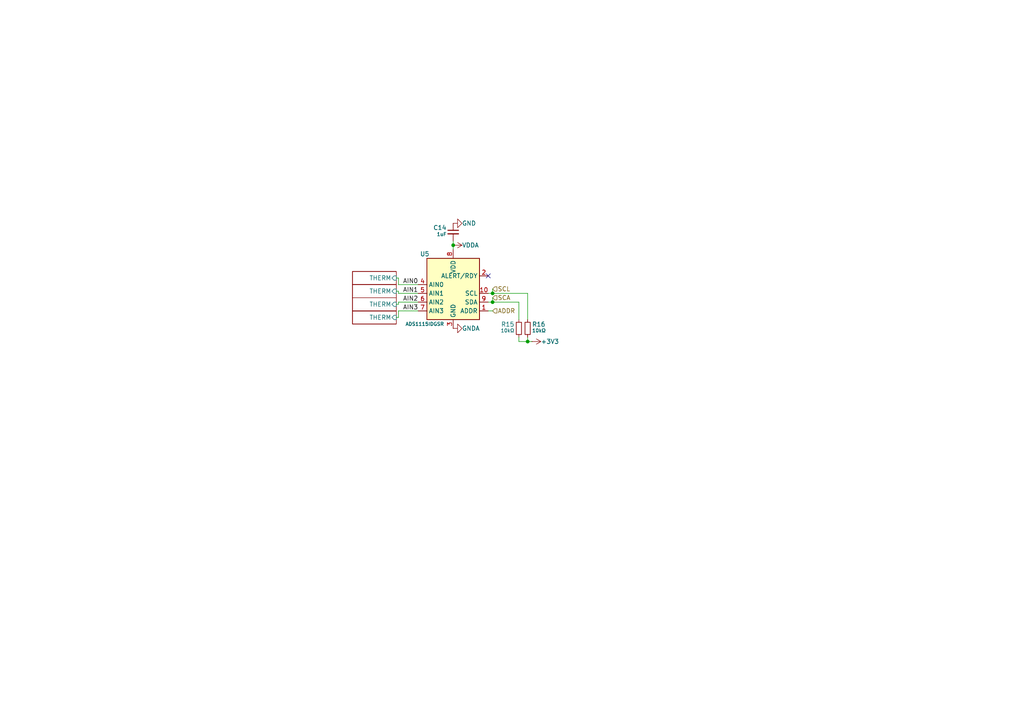
<source format=kicad_sch>
(kicad_sch (version 20231120) (generator "eeschema") (generator_version "8.0")
  (paper "A4")
  (lib_symbols
    (symbol "Analog_ADC:ADS1115IDGS"
      (property "Reference" "U" (at 2.54 13.97 0))
      (property "Value" "ADS1115IDGS" (at 7.62 11.43 0))
      (symbol "ADS1115IDGS_0_1"
        (rectangle (start -7.62 10.16) (end 7.62 -7.62) (stroke (width 0.254)) (fill (type background)))
      )
      (symbol "ADS1115IDGS_1_1"
        (pin input line (at 10.16 -5.08 180) (length 2.54) (name "ADDR") (number "1"))
        (pin input line (at 10.16 0 180) (length 2.54) (name "SCL") (number "10"))
        (pin output line (at 10.16 5.08 180) (length 2.54) (name "ALERT/RDY") (number "2"))
        (pin power_in line (at 0 -10.16 90) (length 2.54) (name "GND") (number "3"))
        (pin input line (at -10.16 2.54 0) (length 2.54) (name "AIN0") (number "4"))
        (pin input line (at -10.16 0 0) (length 2.54) (name "AIN1") (number "5"))
        (pin input line (at -10.16 -2.54 0) (length 2.54) (name "AIN2") (number "6"))
        (pin input line (at -10.16 -5.08 0) (length 2.54) (name "AIN3") (number "7"))
        (pin power_in line (at 0 12.7 270) (length 2.54) (name "VDD") (number "8"))
        (pin bidirectional line (at 10.16 -2.54 180) (length 2.54) (name "SDA") (number "9"))
      )
    )
    (symbol "Device:C_Small" (pin_numbers hide) (pin_names (offset 0.254) hide)
      (property "Reference" "C" (at 0.254 1.778 0))
      (property "Value" "C_Small" (at 0.254 -2.032 0))
      (symbol "C_Small_0_1"
        (polyline (pts (xy -1.524 -0.508) (xy 1.524 -0.508)) (stroke (width 0.3302)))
        (polyline (pts (xy -1.524 0.508) (xy 1.524 0.508)) (stroke (width 0.3048)))
      )
      (symbol "C_Small_1_1"
        (pin passive line (at 0 2.54 270) (length 2.032) (name "~") (number "1"))
        (pin passive line (at 0 -2.54 90) (length 2.032) (name "~") (number "2"))
      )
    )
    (symbol "Device:R_Small" (pin_numbers hide) (pin_names (offset 0.254) hide)
      (property "Reference" "R" (at 0.762 0.508 0))
      (property "Value" "R_Small" (at 0.762 -1.016 0))
      (symbol "R_Small_0_1"
        (rectangle (start -0.762 1.778) (end 0.762 -1.778) (stroke (width 0.2032)))
      )
      (symbol "R_Small_1_1"
        (pin passive line (at 0 2.54 270) (length 0.762) (name "~") (number "1"))
        (pin passive line (at 0 -2.54 90) (length 0.762) (name "~") (number "2"))
      )
    )
    (symbol "power:+3V3" (power) (pin_numbers hide) (pin_names (offset 0) hide)
      (property "Value" "+3V3" (at 0 3.556 0))
      (symbol "+3V3_0_1"
        (polyline (pts (xy -0.762 1.27) (xy 0 2.54)))
        (polyline (pts (xy 0 0) (xy 0 2.54)))
        (polyline (pts (xy 0 2.54) (xy 0.762 1.27)))
      )
      (symbol "+3V3_1_1"
        (pin power_in line (at 0 0 90) (length 0) (name "~") (number "1"))
      )
    )
    (symbol "power:GND" (power) (pin_numbers hide) (pin_names (offset 0) hide)
      (property "Value" "GND" (at 0 -3.81 0))
      (symbol "GND_0_1"
        (polyline (pts (xy 0 0) (xy 0 -1.27) (xy 1.27 -1.27) (xy 0 -2.54) (xy -1.27 -1.27) (xy 0 -1.27)))
      )
      (symbol "GND_1_1"
        (pin power_in line (at 0 0 270) (length 0) (name "~") (number "1"))
      )
    )
    (symbol "power:GNDA" (power) (pin_numbers hide) (pin_names (offset 0) hide)
      (property "Value" "GNDA" (at 0 -3.81 0))
      (symbol "GNDA_0_1"
        (polyline (pts (xy 0 0) (xy 0 -1.27) (xy 1.27 -1.27) (xy 0 -2.54) (xy -1.27 -1.27) (xy 0 -1.27)))
      )
      (symbol "GNDA_1_1"
        (pin power_in line (at 0 0 270) (length 0) (name "~") (number "1"))
      )
    )
    (symbol "power:VDDA" (power) (pin_numbers hide) (pin_names (offset 0) hide)
      (property "Value" "VDDA" (at 0 3.556 0))
      (symbol "VDDA_0_1"
        (polyline (pts (xy -0.762 1.27) (xy 0 2.54)))
        (polyline (pts (xy 0 0) (xy 0 2.54)))
        (polyline (pts (xy 0 2.54) (xy 0.762 1.27)))
      )
      (symbol "VDDA_1_1"
        (pin power_in line (at 0 0 90) (length 0) (name "~") (number "1"))
      )
    )
  )
  (junction (at 142.875 85.09))
  (junction (at 142.875 87.63))
  (junction (at 153.035 99.06))
  (junction (at 131.445 71.12))
  (no_connect (at 141.605 80.01))
  (wire (pts (xy 115.57 85.09) (xy 121.285 85.09)))
  (wire (pts (xy 131.445 71.12) (xy 131.445 72.39)))
  (wire (pts (xy 141.605 85.09) (xy 142.875 85.09)))
  (wire (pts (xy 142.875 90.17) (xy 141.605 90.17)))
  (wire (pts (xy 142.875 87.63) (xy 150.495 87.63)))
  (wire (pts (xy 150.495 87.63) (xy 150.495 92.71)))
  (wire (pts (xy 142.875 85.09) (xy 153.035 85.09)))
  (wire (pts (xy 154.305 99.06) (xy 153.035 99.06)))
  (wire (pts (xy 142.875 86.36) (xy 142.875 87.63)))
  (wire (pts (xy 115.57 87.63) (xy 121.285 87.63)))
  (wire (pts (xy 115.57 84.455) (xy 114.935 84.455)))
  (wire (pts (xy 153.035 85.09) (xy 153.035 92.71)))
  (wire (pts (xy 115.57 88.265) (xy 114.935 88.265)))
  (wire (pts (xy 153.035 97.79) (xy 153.035 99.06)))
  (wire (pts (xy 115.57 92.075) (xy 114.935 92.075)))
  (wire (pts (xy 141.605 87.63) (xy 142.875 87.63)))
  (wire (pts (xy 121.285 90.17) (xy 115.57 90.17)))
  (wire (pts (xy 115.57 80.645) (xy 114.935 80.645)))
  (wire (pts (xy 115.57 82.55) (xy 121.285 82.55)))
  (wire (pts (xy 115.57 90.17) (xy 115.57 92.075)))
  (wire (pts (xy 150.495 99.06) (xy 150.495 97.79)))
  (wire (pts (xy 115.57 85.09) (xy 115.57 84.455)))
  (wire (pts (xy 142.875 83.82) (xy 142.875 85.09)))
  (wire (pts (xy 150.495 99.06) (xy 153.035 99.06)))
  (wire (pts (xy 115.57 87.63) (xy 115.57 88.265)))
  (wire (pts (xy 115.57 82.55) (xy 115.57 80.645)))
  (wire (pts (xy 131.445 69.85) (xy 131.445 71.12)))
  (label "AIN2" (at 121.285 87.63 180))
  (label "AIN3" (at 121.285 90.17 180))
  (label "AIN1" (at 121.285 85.09 180))
  (label "AIN0" (at 121.285 82.55 180))
  (hierarchical_label "ADDR" (shape input) (at 142.875 90.17 0))
  (hierarchical_label "SCA" (shape input) (at 142.875 86.36 0))
  (hierarchical_label "SCL" (shape input) (at 142.875 83.82 0))
  (symbol (lib_id "power:GND") (at 131.445 64.77 90) (unit 1)
    (property "Reference" "#PWR058" (effects (hide yes)))
    (property "Value" "GND" (at 133.985 64.77 90) (effects (justify right)))
    (property "Description" "Power symbol creates a global label with name \"GND\" , ground" (effects (hide yes)))
    (instances (project "ADCExpander" (path "" (reference "#PWR062") (unit 1)) (path "" (reference "#PWR058") (unit 1)) (path "" (reference "#PWR063") (unit 1)) (path "" (reference "#PWR064") (unit 1))))
  )
  (symbol (lib_id "Device:C_Small") (at 131.445 67.31 0) (unit 1)
    (property "Reference" "C9" (at 129.54 66.04 0) (effects (justify right)))
    (property "Value" "1uF" (at 129.54 67.945 0) (effects (font (size 1 1)) (justify right)))
    (property "Description" "X5R 16v MLCC" (effects (hide yes)))
    (property "LCSC" "C3015156" (effects (hide yes)))
    (instances (project "ADCExpander" (path "" (reference "C14") (unit 1)) (path "" (reference "C9") (unit 1)) (path "" (reference "C19") (unit 1)) (path "" (reference "C21") (unit 1))))
  )
  (symbol (lib_id "power:GNDA") (at 131.445 95.25 90) (unit 1)
    (property "Reference" "#PWR011" (effects (hide yes)))
    (property "Value" "GNDA" (at 133.985 95.25 90) (effects (justify right)))
    (property "Description" "Power symbol creates a global label with name \"GNDA\" , analog ground" (effects (hide yes)))
    (instances (project "ADCExpander" (path "" (reference "#PWR037") (unit 1)) (path "" (reference "#PWR011") (unit 1)) (path "" (reference "#PWR048") (unit 1)) (path "" (reference "#PWR060") (unit 1))))
  )
  (symbol (lib_id "Device:R_Small") (at 153.035 95.25 180) (unit 1)
    (property "Reference" "R16" (at 154.305 93.345 0) (effects (justify right bottom)))
    (property "Value" "10kΩ" (at 154.305 95.885 0) (effects (font (size 1 1)) (justify right)))
    (property "Description" "Resistor, small symbol" (effects (hide yes)))
    (instances (project "ADCExpander" (path "" (reference "R16") (unit 1)) (path "" (reference "R10") (unit 1)) (path "" (reference "R22") (unit 1)) (path "" (reference "R25") (unit 1))))
  )
  (symbol (lib_id "Analog_ADC:ADS1115IDGS") (at 131.445 85.09 0) (unit 1)
    (property "Reference" "U5" (at 123.19 73.66 0))
    (property "Value" "ADS1115IDGSR" (at 123.19 93.98 0) (effects (font (size 1 1))))
    (property "Footprint" "PCM_Package_SO_AKL:VSSOP-10_3x3mm_P0.5mm" (effects (hide yes)))
    (property "Datasheet" "http://www.ti.com/lit/ds/symlink/ads1113.pdf" (effects (hide yes)))
    (property "Description" "Ultra-Small, Low-Power, I2C-Compatible, 860-SPS, 16-Bit ADCs With Internal Reference, Oscillator, and Programmable Comparator, VSSOP-10" (effects (hide yes)))
    (property "LCSC" "C37593" (effects (hide yes)))
    (instances (project "ADCExpander" (path "" (reference "U5") (unit 1)) (path "" (reference "U4") (unit 1)) (path "" (reference "U6") (unit 1)) (path "" (reference "U7") (unit 1))))
  )
  (symbol (lib_id "power:VDDA") (at 131.445 71.12 270) (unit 1)
    (property "Reference" "#PWR010" (effects (hide yes)))
    (property "Value" "VDDA" (at 133.985 71.12 90) (effects (justify left)))
    (property "Description" "Power symbol creates a global label with name \"VDDA\"" (effects (hide yes)))
    (instances (project "ADCExpander" (path "" (reference "#PWR036") (unit 1)) (path "" (reference "#PWR010") (unit 1)) (path "" (reference "#PWR047") (unit 1)) (path "" (reference "#PWR059") (unit 1))))
  )
  (symbol (lib_id "power:+3V3") (at 154.305 99.06 270) (unit 1)
    (property "Reference" "#PWR038" (effects (hide yes)))
    (property "Value" "+3V3" (at 156.845 99.06 90) (effects (justify left)))
    (property "Description" "Power symbol creates a global label with name \"+3V3\"" (effects (hide yes)))
    (instances (project "ADCExpander" (path "" (reference "#PWR038") (unit 1)) (path "" (reference "#PWR012") (unit 1)) (path "" (reference "#PWR049") (unit 1)) (path "" (reference "#PWR061") (unit 1))))
  )
  (symbol (lib_id "Device:R_Small") (at 150.495 95.25 0) (mirror x) (unit 1)
    (property "Reference" "R15" (at 149.225 93.345 0) (effects (justify right bottom)))
    (property "Value" "10kΩ" (at 149.225 95.885 0) (effects (font (size 1 1)) (justify right)))
    (property "Description" "Resistor, small symbol" (effects (hide yes)))
    (instances (project "ADCExpander" (path "" (reference "R15") (unit 1)) (path "" (reference "R9") (unit 1)) (path "" (reference "R21") (unit 1)) (path "" (reference "R24") (unit 1))))
  )
  (sheet (at 102.235 86.36) (size 12.7 3.81) (stroke (width 0.1524))
    (property "Sheetname" "Thermistor2" (effects (hide yes)))
    (property "Sheetfile" "Thermistor.kicad_sch" (effects (hide yes)))
    (pin "THERM" input (at 114.935 88.265 0))
  )
  (sheet (at 102.235 90.17) (size 12.7 3.81) (stroke (width 0.1524))
    (property "Sheetname" "Thermistor3" (effects (hide yes)))
    (property "Sheetfile" "Thermistor.kicad_sch" (effects (hide yes)))
    (pin "THERM" input (at 114.935 92.075 0))
  )
  (sheet (at 102.235 78.74) (size 12.7 3.81) (stroke (width 0.1524))
    (property "Sheetname" "Thermistor" (effects (hide yes)))
    (property "Sheetfile" "Thermistor.kicad_sch" (effects (hide yes)))
    (pin "THERM" input (at 114.935 80.645 0))
  )
  (sheet (at 102.235 82.55) (size 12.7 3.81) (stroke (width 0.1524))
    (property "Sheetname" "Thermistor1" (effects (hide yes)))
    (property "Sheetfile" "Thermistor.kicad_sch" (effects (hide yes)))
    (pin "THERM" input (at 114.935 84.455 0))
  )
)
</source>
